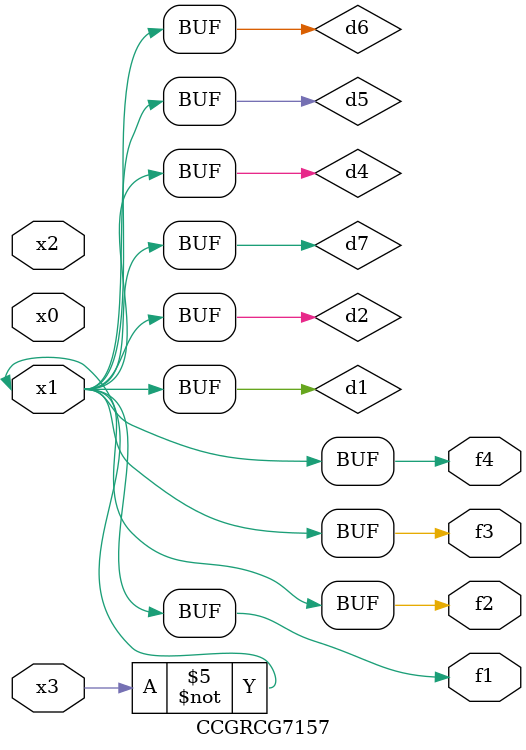
<source format=v>
module CCGRCG7157(
	input x0, x1, x2, x3,
	output f1, f2, f3, f4
);

	wire d1, d2, d3, d4, d5, d6, d7;

	not (d1, x3);
	buf (d2, x1);
	xnor (d3, d1, d2);
	nor (d4, d1);
	buf (d5, d1, d2);
	buf (d6, d4, d5);
	nand (d7, d4);
	assign f1 = d6;
	assign f2 = d7;
	assign f3 = d6;
	assign f4 = d6;
endmodule

</source>
